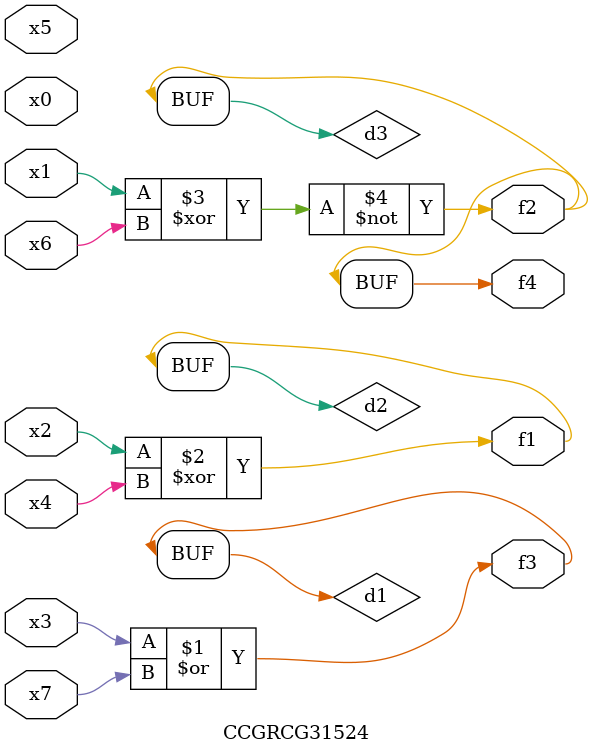
<source format=v>
module CCGRCG31524(
	input x0, x1, x2, x3, x4, x5, x6, x7,
	output f1, f2, f3, f4
);

	wire d1, d2, d3;

	or (d1, x3, x7);
	xor (d2, x2, x4);
	xnor (d3, x1, x6);
	assign f1 = d2;
	assign f2 = d3;
	assign f3 = d1;
	assign f4 = d3;
endmodule

</source>
